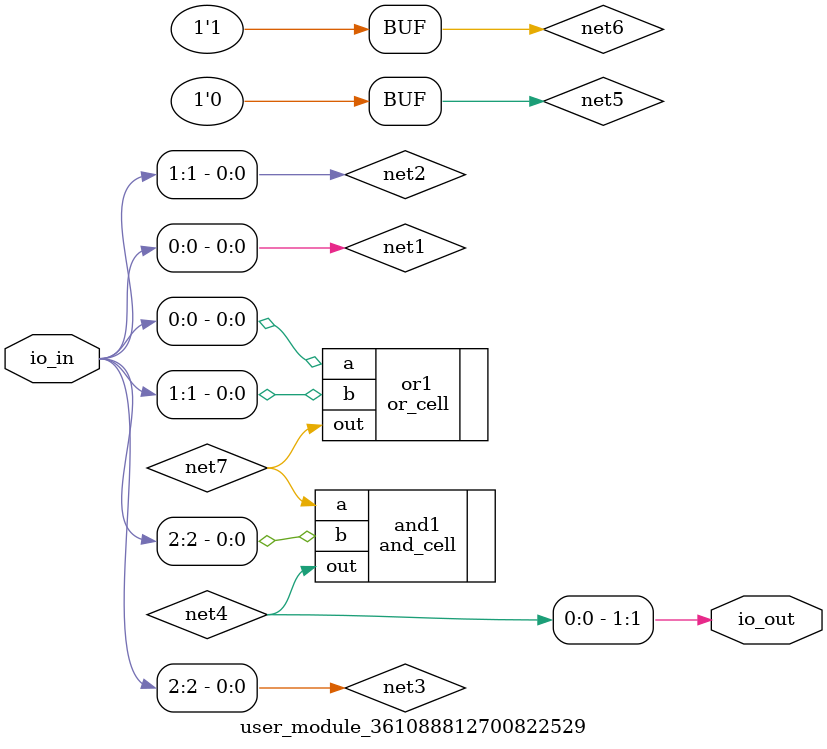
<source format=v>
/* Automatically generated from https://wokwi.com/projects/361088812700822529 */

`default_nettype none

module user_module_361088812700822529(
  input [7:0] io_in,
  output [7:0] io_out
);
  wire net1 = io_in[0];
  wire net2 = io_in[1];
  wire net3 = io_in[2];
  wire net4;
  wire net5 = 1'b0;
  wire net6 = 1'b1;
  wire net7;

  assign io_out[1] = net4;

  or_cell or1 (
    .a (net1),
    .b (net2),
    .out (net7)
  );
  and_cell and1 (
    .a (net7),
    .b (net3),
    .out (net4)
  );
endmodule

</source>
